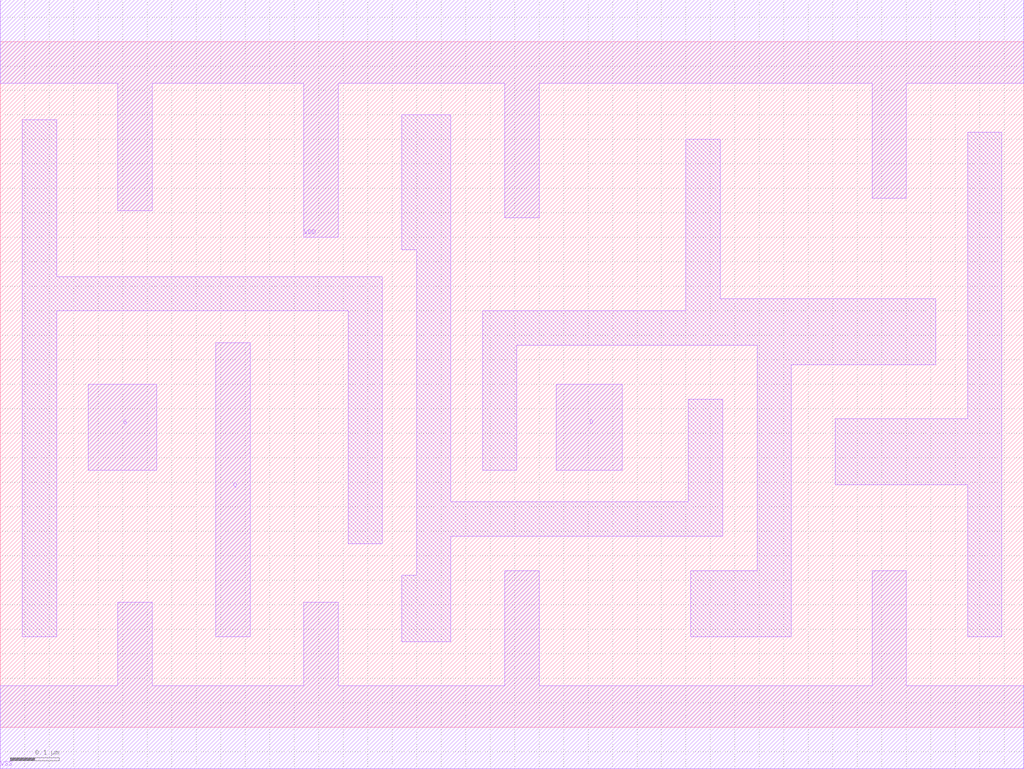
<source format=lef>
# 
# ******************************************************************************
# *                                                                            *
# *                   Copyright (C) 2004-2010, Nangate Inc.                    *
# *                           All rights reserved.                             *
# *                                                                            *
# * Nangate and the Nangate logo are trademarks of Nangate Inc.                *
# *                                                                            *
# * All trademarks, logos, software marks, and trade names (collectively the   *
# * "Marks") in this program are proprietary to Nangate or other respective    *
# * owners that have granted Nangate the right and license to use such Marks.  *
# * You are not permitted to use the Marks without the prior written consent   *
# * of Nangate or such third party that may own the Marks.                     *
# *                                                                            *
# * This file has been provided pursuant to a License Agreement containing     *
# * restrictions on its use. This file contains valuable trade secrets and     *
# * proprietary information of Nangate Inc., and is protected by U.S. and      *
# * international laws and/or treaties.                                        *
# *                                                                            *
# * The copyright notice(s) in this file does not indicate actual or intended  *
# * publication of this file.                                                  *
# *                                                                            *
# *     NGLibraryCreator, v2010.08-HR32-SP3-2010-08-05 - build 1009061800      *
# *                                                                            *
# ******************************************************************************
# 
# 
# Running on brazil06.nangate.com.br for user Giancarlo Franciscatto (gfr).
# Local time is now Fri, 3 Dec 2010, 19:32:18.
# Main process id is 27821.

VERSION 5.6 ;
BUSBITCHARS "[]" ;
DIVIDERCHAR "/" ;

MACRO DLH_X2
  CLASS core ;
  FOREIGN DLH_X2 0.0 0.0 ;
  ORIGIN 0 0 ;
  SYMMETRY X Y ;
  SITE FreePDK45_38x28_10R_NP_162NW_34O ;
  SIZE 2.09 BY 1.4 ;
  PIN D
    DIRECTION INPUT ;
    ANTENNAPARTIALMETALAREA 0.023625 LAYER metal1 ;
    ANTENNAPARTIALMETALSIDEAREA 0.0806 LAYER metal1 ;
    ANTENNAGATEAREA 0.03475 ;
    PORT
      LAYER metal1 ;
        POLYGON 1.135 0.525 1.27 0.525 1.27 0.7 1.135 0.7  ;
    END
  END D
  PIN G
    DIRECTION INPUT ;
    ANTENNAPARTIALMETALAREA 0.0245 LAYER metal1 ;
    ANTENNAPARTIALMETALSIDEAREA 0.0819 LAYER metal1 ;
    ANTENNAGATEAREA 0.02625 ;
    PORT
      LAYER metal1 ;
        POLYGON 0.18 0.525 0.32 0.525 0.32 0.7 0.18 0.7  ;
    END
  END G
  PIN Q
    DIRECTION OUTPUT ;
    ANTENNAPARTIALMETALAREA 0.042 LAYER metal1 ;
    ANTENNAPARTIALMETALSIDEAREA 0.1742 LAYER metal1 ;
    ANTENNADIFFAREA 0.1463 ;
    PORT
      LAYER metal1 ;
        POLYGON 0.44 0.185 0.51 0.185 0.51 0.785 0.44 0.785  ;
    END
  END Q
  PIN VDD
    DIRECTION INOUT ;
    USE power ;
    SHAPE ABUTMENT ;
    PORT
      LAYER metal1 ;
        POLYGON 0 1.315 0.24 1.315 0.24 1.055 0.31 1.055 0.31 1.315 0.62 1.315 0.62 1 0.69 1 0.69 1.315 0.78 1.315 1.03 1.315 1.03 1.04 1.1 1.04 1.1 1.315 1.78 1.315 1.78 1.08 1.85 1.08 1.85 1.315 1.91 1.315 2.045 1.315 2.09 1.315 2.09 1.485 2.045 1.485 1.91 1.485 0.78 1.485 0 1.485  ;
    END
  END VDD
  PIN VSS
    DIRECTION INOUT ;
    USE ground ;
    SHAPE ABUTMENT ;
    PORT
      LAYER metal1 ;
        POLYGON 0 -0.085 2.09 -0.085 2.09 0.085 1.85 0.085 1.85 0.32 1.78 0.32 1.78 0.085 1.1 0.085 1.1 0.32 1.03 0.32 1.03 0.085 0.69 0.085 0.69 0.255 0.62 0.255 0.62 0.085 0.31 0.085 0.31 0.255 0.24 0.255 0.24 0.085 0 0.085  ;
    END
  END VSS
  OBS
      LAYER metal1 ;
        POLYGON 0.045 0.185 0.115 0.185 0.115 0.85 0.71 0.85 0.71 0.375 0.78 0.375 0.78 0.92 0.115 0.92 0.115 1.24 0.045 1.24  ;
        POLYGON 0.82 0.975 0.85 0.975 0.85 0.31 0.82 0.31 0.82 0.175 0.92 0.175 0.92 0.39 1.475 0.39 1.475 0.67 1.405 0.67 1.405 0.46 0.92 0.46 0.92 1.25 0.82 1.25  ;
        POLYGON 0.985 0.525 1.055 0.525 1.055 0.78 1.545 0.78 1.545 0.32 1.41 0.32 1.41 0.185 1.615 0.185 1.615 0.74 1.91 0.74 1.91 0.875 1.47 0.875 1.47 1.2 1.4 1.2 1.4 0.85 0.985 0.85  ;
        POLYGON 1.705 0.495 1.975 0.495 1.975 0.185 2.045 0.185 2.045 1.215 1.975 1.215 1.975 0.63 1.705 0.63  ;
  END
END DLH_X2

END LIBRARY
#
# End of file
#

</source>
